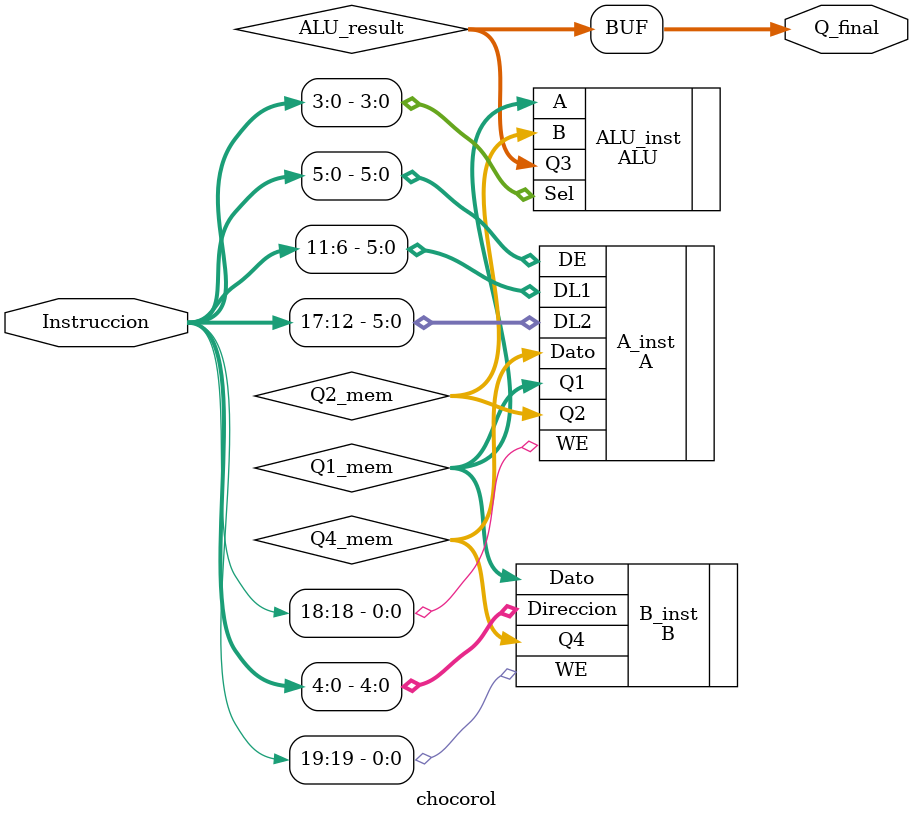
<source format=v>
`timescale 1ns/1ns

module chocorol (
    input [19:0] Instruccion, // Entrada de instrucción
    output [31:0] Q_final     // Salida final
);
    wire [31:0] Q1_mem;  // Salida del módulo A (Q1)
    wire [31:0] Q2_mem;  // Salida del módulo A (Q2)
    wire [31:0] Q4_mem;  // Salida del módulo B (Q4)
    wire [31:0] ALU_result; // Salida de la ALU

    // Instancia del módulo A
    A A_inst (
        .DE(Instruccion[5:0]),      // Dirección de escritura
        .DL1(Instruccion[11:6]),    // Dirección de lectura 1
        .DL2(Instruccion[17:12]),   // Dirección de lectura 2
        .Dato(Q4_mem),              // Dato desde el módulo B
        .WE(Instruccion[18]),       // Señal de escritura
        .Q1(Q1_mem),                // Salida Q1
        .Q2(Q2_mem)                 // Salida Q2
    );

    // Instancia del módulo B
    B B_inst (
        .Direccion(Instruccion[4:0]), // Dirección de la memoria B
        .Dato(Q1_mem),                // Dato a escribir desde el módulo A
        .WE(Instruccion[19]),         // Señal de escritura
        .Q4(Q4_mem)                   // Salida de B
    );

    // Instancia de la ALU
    ALU ALU_inst (
        .A(Q1_mem),                   // Primer operando de la ALU
        .B(Q2_mem),                   // Segundo operando de la ALU
        .Sel(Instruccion[3:0]),       // Selector de la operación ALU
        .Q3(ALU_result)               // Resultado de la ALU
    );

    // Conexión final al resultado
    assign Q_final = ALU_result;

endmodule


</source>
